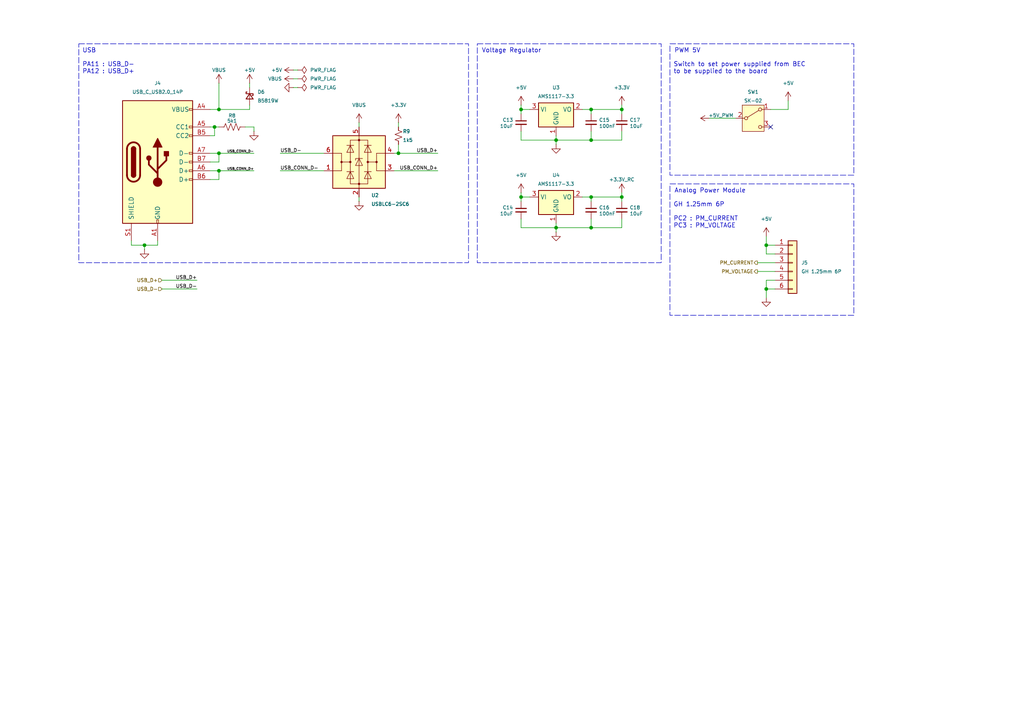
<source format=kicad_sch>
(kicad_sch (version 20231120) (generator "eeschema") (generator_version "8.0")
  (paper "A4")
  (title_block (title "USB & POWER") (date "2025-01-03") (rev "A") (company "NARAE") (comment 1 "INHA Univ. Areo-modelling Club") (comment 2 "2024 Winter UAV Project "))
  (lib_symbols
    (symbol "+3.3V_2" (power) (pin_names (offset 0))
      (property "Value" "+3.3V" (at 0 3.556 0))
      (symbol "+3.3V_2_0_1"
        (polyline (pts (xy -0.762 1.27) (xy 0 2.54)))
        (polyline (pts (xy 0 0) (xy 0 2.54)))
        (polyline (pts (xy 0 2.54) (xy 0.762 1.27)))
      )
      (symbol "+3.3V_2_1_1"
        (pin power_in line (at 0 0 90) (length 0) hide (name "+3.3V") (number "1"))
      )
    )
    (symbol "+5V_1" (power) (pin_numbers hide) (pin_names (offset 0) hide)
      (property "Value" "+5V" (at 0 3.556 0))
      (symbol "+5V_1_0_1"
        (polyline (pts (xy -0.762 1.27) (xy 0 2.54)))
        (polyline (pts (xy 0 0) (xy 0 2.54)))
        (polyline (pts (xy 0 2.54) (xy 0.762 1.27)))
      )
      (symbol "+5V_1_1_1"
        (pin power_in line (at 0 0 90) (length 0) (name "~") (number "1"))
      )
    )
    (symbol "+5V_2" (power) (pin_names (offset 0))
      (property "Value" "+5V" (at 0 3.556 0))
      (symbol "+5V_2_0_1"
        (polyline (pts (xy -0.762 1.27) (xy 0 2.54)))
        (polyline (pts (xy 0 0) (xy 0 2.54)))
        (polyline (pts (xy 0 2.54) (xy 0.762 1.27)))
      )
      (symbol "+5V_2_1_1"
        (pin power_in line (at 0 0 90) (length 0) hide (name "+5V") (number "1"))
      )
    )
    (symbol "Connector:USB_C_Receptacle_USB2.0_14P" (pin_names (offset 1.016))
      (property "Reference" "J3" (at 0 22.86 0))
      (property "Value" "USB_C_USB2.0_14P" (at 0 20.32 0))
      (symbol "USB_C_Receptacle_USB2.0_14P_0_0"
        (rectangle (start -0.254 -17.78) (end 0.254 -16.764))
        (rectangle (start 10.16 -4.826) (end 9.144 -5.334))
        (rectangle (start 10.16 -2.286) (end 9.144 -2.794))
        (rectangle (start 10.16 0.254) (end 9.144 -0.254))
        (rectangle (start 10.16 2.794) (end 9.144 2.286))
        (rectangle (start 10.16 7.874) (end 9.144 7.366))
        (rectangle (start 10.16 10.414) (end 9.144 9.906))
        (rectangle (start 10.16 15.494) (end 9.144 14.986))
      )
      (symbol "USB_C_Receptacle_USB2.0_14P_0_1"
        (rectangle (start -10.16 17.78) (end 10.16 -17.78) (stroke (width 0.254)) (fill (type background)))
        (arc (start -8.89 -3.81) (mid -6.985 -5.7067) (end -5.08 -3.81) (stroke (width 0.508)))
        (arc (start -7.62 -3.81) (mid -6.985 -4.4423) (end -6.35 -3.81) (stroke (width 0.254)))
        (arc (start -7.62 -3.81) (mid -6.985 -4.4423) (end -6.35 -3.81) (stroke (width 0.254)) (fill (type outline)))
        (rectangle (start -7.62 -3.81) (end -6.35 3.81) (stroke (width 0.254)) (fill (type outline)))
        (arc (start -6.35 3.81) (mid -6.985 4.4423) (end -7.62 3.81) (stroke (width 0.254)))
        (arc (start -6.35 3.81) (mid -6.985 4.4423) (end -7.62 3.81) (stroke (width 0.254)) (fill (type outline)))
        (arc (start -5.08 3.81) (mid -6.985 5.7067) (end -8.89 3.81) (stroke (width 0.508)))
        (circle (center -2.54 1.143) (radius 0.635) (stroke (width 0.254)) (fill (type outline)))
        (circle (center 0 -5.842) (radius 1.27) (fill (type outline)))
        (polyline (pts (xy -8.89 -3.81) (xy -8.89 3.81)) (stroke (width 0.508)))
        (polyline (pts (xy -5.08 3.81) (xy -5.08 -3.81)) (stroke (width 0.508)))
        (polyline (pts (xy 0 -5.842) (xy 0 4.318)) (stroke (width 0.508)))
        (polyline (pts (xy 0 -3.302) (xy -2.54 -0.762) (xy -2.54 0.508)) (stroke (width 0.508)))
        (polyline (pts (xy 0 -2.032) (xy 2.54 0.508) (xy 2.54 1.778)) (stroke (width 0.508)))
        (polyline (pts (xy -1.27 4.318) (xy 0 6.858) (xy 1.27 4.318) (xy -1.27 4.318)) (stroke (width 0.254)) (fill (type outline)))
        (rectangle (start 1.905 1.778) (end 3.175 3.048) (stroke (width 0.254)) (fill (type outline)))
      )
      (symbol "USB_C_Receptacle_USB2.0_14P_1_1"
        (pin power_in line (at 0 -22.86 90) (length 5.08) (name "GND") (number "A1"))
        (pin power_in line (at 0 -22.86 90) (length 5.08) hide (name "GND") (number "A12"))
        (pin passive line (at 15.24 15.24 180) (length 5.08) (name "VBUS") (number "A4"))
        (pin bidirectional line (at 15.24 10.16 180) (length 5.08) (name "CC1") (number "A5"))
        (pin bidirectional line (at 15.24 -2.54 180) (length 5.08) (name "D+") (number "A6"))
        (pin bidirectional line (at 15.24 2.54 180) (length 5.08) (name "D-") (number "A7"))
        (pin passive line (at 15.24 15.24 180) (length 5.08) hide (name "VBUS") (number "A9"))
        (pin power_in line (at 0 -22.86 90) (length 5.08) hide (name "GND") (number "B1"))
        (pin power_in line (at 0 -22.86 90) (length 5.08) hide (name "GND") (number "B12"))
        (pin passive line (at 15.24 15.24 180) (length 5.08) hide (name "VBUS") (number "B4"))
        (pin bidirectional line (at 15.24 7.62 180) (length 5.08) (name "CC2") (number "B5"))
        (pin bidirectional line (at 15.24 -5.08 180) (length 5.08) (name "D+") (number "B6"))
        (pin bidirectional line (at 15.24 0 180) (length 5.08) (name "D-") (number "B7"))
        (pin passive line (at 15.24 15.24 180) (length 5.08) hide (name "VBUS") (number "B9"))
        (pin power_in line (at -7.62 -22.86 90) (length 5.08) (name "SHIELD") (number "S1"))
      )
    )
    (symbol "Connector_Generic:Conn_01x06" (pin_names (offset 1.016) hide)
      (property "Reference" "J" (at 0 7.62 0))
      (property "Value" "Conn_01x06" (at 0 -10.16 0))
      (symbol "Conn_01x06_1_1"
        (rectangle (start -1.27 -7.493) (end 0 -7.747) (stroke (width 0.1524)))
        (rectangle (start -1.27 -4.953) (end 0 -5.207) (stroke (width 0.1524)))
        (rectangle (start -1.27 -2.413) (end 0 -2.667) (stroke (width 0.1524)))
        (rectangle (start -1.27 0.127) (end 0 -0.127) (stroke (width 0.1524)))
        (rectangle (start -1.27 2.667) (end 0 2.413) (stroke (width 0.1524)))
        (rectangle (start -1.27 5.207) (end 0 4.953) (stroke (width 0.1524)))
        (rectangle (start -1.27 6.35) (end 1.27 -8.89) (stroke (width 0.254)) (fill (type background)))
        (pin passive line (at -5.08 5.08 0) (length 3.81) (name "Pin_1") (number "1"))
        (pin passive line (at -5.08 2.54 0) (length 3.81) (name "Pin_2") (number "2"))
        (pin passive line (at -5.08 0 0) (length 3.81) (name "Pin_3") (number "3"))
        (pin passive line (at -5.08 -2.54 0) (length 3.81) (name "Pin_4") (number "4"))
        (pin passive line (at -5.08 -5.08 0) (length 3.81) (name "Pin_5") (number "5"))
        (pin passive line (at -5.08 -7.62 0) (length 3.81) (name "Pin_6") (number "6"))
      )
    )
    (symbol "Device:C_Small" (pin_numbers hide) (pin_names (offset 0.254) hide)
      (property "Reference" "C" (at 0.254 1.778 0))
      (property "Value" "C_Small" (at 0.254 -2.032 0))
      (symbol "C_Small_0_1"
        (polyline (pts (xy -1.524 -0.508) (xy 1.524 -0.508)) (stroke (width 0.3302)))
        (polyline (pts (xy -1.524 0.508) (xy 1.524 0.508)) (stroke (width 0.3048)))
      )
      (symbol "C_Small_1_1"
        (pin passive line (at 0 2.54 270) (length 2.032) (name "~") (number "1"))
        (pin passive line (at 0 -2.54 90) (length 2.032) (name "~") (number "2"))
      )
    )
    (symbol "Device:D_Schottky_Small" (pin_numbers hide) (pin_names (offset 0.254) hide)
      (property "Reference" "D" (at -1.27 2.032 0))
      (property "Value" "D_Schottky_Small" (at -7.112 -2.032 0))
      (symbol "D_Schottky_Small_0_1"
        (polyline (pts (xy -0.762 0) (xy 0.762 0)))
        (polyline (pts (xy 0.762 -1.016) (xy -0.762 0) (xy 0.762 1.016) (xy 0.762 -1.016)) (stroke (width 0.254)))
        (polyline (pts (xy -1.27 0.762) (xy -1.27 1.016) (xy -0.762 1.016) (xy -0.762 -1.016) (xy -0.254 -1.016) (xy -0.254 -0.762)) (stroke (width 0.254)))
      )
      (symbol "D_Schottky_Small_1_1"
        (pin passive line (at -2.54 0 0) (length 1.778) (name "K") (number "1"))
        (pin passive line (at 2.54 0 180) (length 1.778) (name "A") (number "2"))
      )
    )
    (symbol "Device:R_Small_US" (pin_numbers hide) (pin_names (offset 0.254) hide)
      (property "Reference" "R" (at 0.762 0.508 0))
      (property "Value" "R_Small_US" (at 0.762 -1.016 0))
      (symbol "R_Small_US_1_1"
        (polyline (pts (xy 0 0) (xy 1.016 -0.381) (xy 0 -0.762) (xy -1.016 -1.143) (xy 0 -1.524)))
        (polyline (pts (xy 0 1.524) (xy 1.016 1.143) (xy 0 0.762) (xy -1.016 0.381) (xy 0 0)))
        (pin passive line (at 0 2.54 270) (length 1.016) (name "~") (number "1"))
        (pin passive line (at 0 -2.54 90) (length 1.016) (name "~") (number "2"))
      )
    )
    (symbol "Device:R_US" (pin_numbers hide) (pin_names (offset 0))
      (property "Reference" "R" (at 2.54 0 90))
      (property "Value" "R_US" (at -2.54 0 90))
      (symbol "R_US_0_1"
        (polyline (pts (xy 0 -2.286) (xy 0 -2.54)))
        (polyline (pts (xy 0 2.286) (xy 0 2.54)))
        (polyline (pts (xy 0 -0.762) (xy 1.016 -1.143) (xy 0 -1.524) (xy -1.016 -1.905) (xy 0 -2.286)))
        (polyline (pts (xy 0 0.762) (xy 1.016 0.381) (xy 0 0) (xy -1.016 -0.381) (xy 0 -0.762)))
        (polyline (pts (xy 0 2.286) (xy 1.016 1.905) (xy 0 1.524) (xy -1.016 1.143) (xy 0 0.762)))
      )
      (symbol "R_US_1_1"
        (pin passive line (at 0 3.81 270) (length 1.27) (name "~") (number "1"))
        (pin passive line (at 0 -3.81 90) (length 1.27) (name "~") (number "2"))
      )
    )
    (symbol "GND_2" (power) (pin_numbers hide) (pin_names (offset 0) hide)
      (property "Value" "GND" (at 0 -3.81 0))
      (symbol "GND_2_0_1"
        (polyline (pts (xy 0 0) (xy 0 -1.27) (xy 1.27 -1.27) (xy 0 -2.54) (xy -1.27 -1.27) (xy 0 -1.27)))
      )
      (symbol "GND_2_1_1"
        (pin power_in line (at 0 0 270) (length 0) (name "~") (number "1"))
      )
    )
    (symbol "GND_3" (power) (pin_numbers hide) (pin_names (offset 0) hide)
      (property "Value" "GND" (at 0 -3.81 0))
      (symbol "GND_3_0_1"
        (polyline (pts (xy 0 0) (xy 0 -1.27) (xy 1.27 -1.27) (xy 0 -2.54) (xy -1.27 -1.27) (xy 0 -1.27)))
      )
      (symbol "GND_3_1_1"
        (pin power_in line (at 0 0 270) (length 0) (name "~") (number "1"))
      )
    )
    (symbol "Power_Protection:USBLC6-2SC6" (pin_names hide)
      (property "Reference" "U" (at 2.54 8.89 0))
      (property "Value" "USBLC6-2SC6" (at 2.54 -8.89 0))
      (symbol "USBLC6-2SC6_0_1"
        (rectangle (start -7.62 -7.62) (end 7.62 7.62) (stroke (width 0.254)) (fill (type background)))
        (circle (center -5.08 0) (radius 0.254) (fill (type outline)))
        (circle (center -2.54 0) (radius 0.254) (fill (type outline)))
        (rectangle (start -2.54 6.35) (end 2.54 -6.35))
        (circle (center 0 -6.35) (radius 0.254) (fill (type outline)))
        (polyline (pts (xy -5.08 -2.54) (xy -7.62 -2.54)))
        (polyline (pts (xy -5.08 0) (xy -5.08 -2.54)))
        (polyline (pts (xy -5.08 2.54) (xy -7.62 2.54)))
        (polyline (pts (xy -1.524 -2.794) (xy -3.556 -2.794)))
        (polyline (pts (xy -1.524 4.826) (xy -3.556 4.826)))
        (polyline (pts (xy 0 -7.62) (xy 0 -6.35)))
        (polyline (pts (xy 0 -6.35) (xy 0 1.27)))
        (polyline (pts (xy 0 1.27) (xy 0 6.35)))
        (polyline (pts (xy 0 6.35) (xy 0 7.62)))
        (polyline (pts (xy 1.524 -2.794) (xy 3.556 -2.794)))
        (polyline (pts (xy 1.524 4.826) (xy 3.556 4.826)))
        (polyline (pts (xy 5.08 -2.54) (xy 7.62 -2.54)))
        (polyline (pts (xy 5.08 0) (xy 5.08 -2.54)))
        (polyline (pts (xy 5.08 2.54) (xy 7.62 2.54)))
        (polyline (pts (xy -2.54 0) (xy -5.08 0) (xy -5.08 2.54)))
        (polyline (pts (xy 2.54 0) (xy 5.08 0) (xy 5.08 2.54)))
        (polyline (pts (xy -3.556 -4.826) (xy -1.524 -4.826) (xy -2.54 -2.794) (xy -3.556 -4.826)))
        (polyline (pts (xy -3.556 2.794) (xy -1.524 2.794) (xy -2.54 4.826) (xy -3.556 2.794)))
        (polyline (pts (xy -1.016 -1.016) (xy 1.016 -1.016) (xy 0 1.016) (xy -1.016 -1.016)))
        (polyline (pts (xy 1.016 1.016) (xy 0.762 1.016) (xy -1.016 1.016) (xy -1.016 0.508)))
        (polyline (pts (xy 3.556 -4.826) (xy 1.524 -4.826) (xy 2.54 -2.794) (xy 3.556 -4.826)))
        (polyline (pts (xy 3.556 2.794) (xy 1.524 2.794) (xy 2.54 4.826) (xy 3.556 2.794)))
        (circle (center 0 6.35) (radius 0.254) (fill (type outline)))
        (circle (center 2.54 0) (radius 0.254) (fill (type outline)))
        (circle (center 5.08 0) (radius 0.254) (fill (type outline)))
      )
      (symbol "USBLC6-2SC6_1_1"
        (pin passive line (at -10.16 -2.54 0) (length 2.54) (name "I/O1") (number "1"))
        (pin passive line (at 0 -10.16 90) (length 2.54) (name "GND") (number "2"))
        (pin passive line (at 10.16 -2.54 180) (length 2.54) (name "I/O2") (number "3"))
        (pin passive line (at 10.16 2.54 180) (length 2.54) (name "I/O2") (number "4"))
        (pin passive line (at 0 10.16 270) (length 2.54) (name "VBUS") (number "5"))
        (pin passive line (at -10.16 2.54 0) (length 2.54) (name "I/O1") (number "6"))
      )
    )
    (symbol "Regulator_Linear:AMS1117-3.3"
      (property "Reference" "U" (at -3.81 3.175 0))
      (property "Value" "AMS1117-3.3" (at 0 3.175 0))
      (symbol "AMS1117-3.3_0_1"
        (rectangle (start -5.08 -5.08) (end 5.08 1.905) (stroke (width 0.254)) (fill (type background)))
      )
      (symbol "AMS1117-3.3_1_1"
        (pin power_in line (at 0 -7.62 90) (length 2.54) (name "GND") (number "1"))
        (pin power_out line (at 7.62 0 180) (length 2.54) (name "VO") (number "2"))
        (pin power_in line (at -7.62 0 0) (length 2.54) (name "VI") (number "3"))
      )
    )
    (symbol "Switch:SW_SPDT" (pin_names (offset 0) hide)
      (property "Reference" "SW" (at 0 5.08 0))
      (property "Value" "SW_SPDT" (at 0 -5.08 0))
      (symbol "SW_SPDT_0_1"
        (circle (center -2.032 0) (radius 0.4572))
        (polyline (pts (xy -1.651 0.254) (xy 1.651 2.286)))
        (circle (center 2.032 -2.54) (radius 0.4572))
        (circle (center 2.032 2.54) (radius 0.4572))
      )
      (symbol "SW_SPDT_1_1"
        (rectangle (start -3.175 3.81) (end 3.175 -3.81) (fill (type background)))
        (pin passive line (at 5.08 2.54 180) (length 2.54) (name "A") (number "1"))
        (pin passive line (at -5.08 0 0) (length 2.54) (name "B") (number "2"))
        (pin passive line (at 5.08 -2.54 180) (length 2.54) (name "C") (number "3"))
      )
    )
    (symbol "VBUS_1" (power) (pin_numbers hide) (pin_names (offset 0) hide)
      (property "Value" "VBUS" (at 0 3.556 0))
      (symbol "VBUS_1_0_1"
        (polyline (pts (xy -0.762 1.27) (xy 0 2.54)))
        (polyline (pts (xy 0 0) (xy 0 2.54)))
        (polyline (pts (xy 0 2.54) (xy 0.762 1.27)))
      )
      (symbol "VBUS_1_1_1"
        (pin power_in line (at 0 0 90) (length 0) (name "~") (number "1"))
      )
    )
    (symbol "power:+3.3V" (power) (pin_numbers hide) (pin_names (offset 0) hide)
      (property "Value" "+3.3V" (at 0 3.556 0))
      (symbol "+3.3V_0_1"
        (polyline (pts (xy -0.762 1.27) (xy 0 2.54)))
        (polyline (pts (xy 0 0) (xy 0 2.54)))
        (polyline (pts (xy 0 2.54) (xy 0.762 1.27)))
      )
      (symbol "+3.3V_1_1"
        (pin power_in line (at 0 0 90) (length 0) (name "~") (number "1"))
      )
    )
    (symbol "power:+5V" (power) (pin_numbers hide) (pin_names (offset 0) hide)
      (property "Value" "+5V" (at 0 3.556 0))
      (symbol "+5V_0_1"
        (polyline (pts (xy -0.762 1.27) (xy 0 2.54)))
        (polyline (pts (xy 0 0) (xy 0 2.54)))
        (polyline (pts (xy 0 2.54) (xy 0.762 1.27)))
      )
      (symbol "+5V_1_1"
        (pin power_in line (at 0 0 90) (length 0) (name "~") (number "1"))
      )
    )
    (symbol "power:GND" (power) (pin_numbers hide) (pin_names (offset 0) hide)
      (property "Value" "GND" (at 0 -3.81 0))
      (symbol "GND_0_1"
        (polyline (pts (xy 0 0) (xy 0 -1.27) (xy 1.27 -1.27) (xy 0 -2.54) (xy -1.27 -1.27) (xy 0 -1.27)))
      )
      (symbol "GND_1_1"
        (pin power_in line (at 0 0 270) (length 0) (name "~") (number "1"))
      )
    )
    (symbol "power:PWR_FLAG" (power) (pin_numbers hide) (pin_names (offset 0) hide)
      (property "Value" "PWR_FLAG" (at 0 3.81 0))
      (symbol "PWR_FLAG_0_0"
        (pin power_out line (at 0 0 90) (length 0) (name "~") (number "1"))
      )
      (symbol "PWR_FLAG_0_1"
        (polyline (pts (xy 0 0) (xy 0 1.27) (xy -1.016 1.905) (xy 0 2.54) (xy 1.016 1.905) (xy 0 1.27)))
      )
    )
    (symbol "power:VBUS" (power) (pin_numbers hide) (pin_names (offset 0) hide)
      (property "Value" "VBUS" (at 0 3.556 0))
      (symbol "VBUS_0_1"
        (polyline (pts (xy -0.762 1.27) (xy 0 2.54)))
        (polyline (pts (xy 0 0) (xy 0 2.54)))
        (polyline (pts (xy 0 2.54) (xy 0.762 1.27)))
      )
      (symbol "VBUS_1_1"
        (pin power_in line (at 0 0 90) (length 0) (name "~") (number "1"))
      )
    )
  )
  (junction (at 171.45 66.04))
  (junction (at 222.25 83.82))
  (junction (at 63.5 31.75))
  (junction (at 171.45 40.64))
  (junction (at 62.23 36.83))
  (junction (at 180.34 31.75))
  (junction (at 151.13 57.15))
  (junction (at 41.91 71.12))
  (junction (at 161.29 66.04))
  (junction (at 222.25 71.12))
  (junction (at 171.45 57.15))
  (junction (at 180.34 57.15))
  (junction (at 161.29 40.64))
  (junction (at 63.5 44.45))
  (junction (at 171.45 31.75))
  (junction (at 151.13 31.75))
  (junction (at 115.57 44.45))
  (junction (at 63.5 49.53))
  (no_connect (at 223.52 36.83))
  (wire (pts (xy 222.25 71.12) (xy 222.25 73.66)))
  (wire (pts (xy 46.99 83.82) (xy 57.15 83.82)))
  (wire (pts (xy 63.5 49.53) (xy 63.5 52.07)))
  (wire (pts (xy 171.45 63.5) (xy 171.45 66.04)))
  (wire (pts (xy 180.34 31.75) (xy 180.34 33.02)))
  (wire (pts (xy 171.45 31.75) (xy 180.34 31.75)))
  (wire (pts (xy 205.74 34.29) (xy 213.36 34.29)))
  (wire (pts (xy 72.39 24.13) (xy 72.39 25.4)))
  (wire (pts (xy 63.5 44.45) (xy 63.5 46.99)))
  (wire (pts (xy 228.6 29.21) (xy 228.6 31.75)))
  (wire (pts (xy 115.57 41.91) (xy 115.57 44.45)))
  (wire (pts (xy 41.91 71.12) (xy 41.91 72.39)))
  (wire (pts (xy 85.09 25.4) (xy 86.36 25.4)))
  (wire (pts (xy 72.39 30.48) (xy 72.39 31.75)))
  (wire (pts (xy 62.23 36.83) (xy 63.5 36.83)))
  (wire (pts (xy 161.29 64.77) (xy 161.29 66.04)))
  (wire (pts (xy 219.71 76.2) (xy 224.79 76.2)))
  (wire (pts (xy 41.91 71.12) (xy 45.72 71.12)))
  (wire (pts (xy 63.5 24.13) (xy 63.5 31.75)))
  (wire (pts (xy 224.79 81.28) (xy 222.25 81.28)))
  (wire (pts (xy 222.25 83.82) (xy 222.25 86.36)))
  (wire (pts (xy 60.96 46.99) (xy 63.5 46.99)))
  (wire (pts (xy 222.25 81.28) (xy 222.25 83.82)))
  (wire (pts (xy 151.13 63.5) (xy 151.13 66.04)))
  (wire (pts (xy 171.45 38.1) (xy 171.45 40.64)))
  (wire (pts (xy 60.96 39.37) (xy 62.23 39.37)))
  (wire (pts (xy 104.14 57.15) (xy 104.14 58.42)))
  (wire (pts (xy 151.13 57.15) (xy 151.13 58.42)))
  (wire (pts (xy 161.29 39.37) (xy 161.29 40.64)))
  (wire (pts (xy 115.57 44.45) (xy 114.3 44.45)))
  (wire (pts (xy 151.13 57.15) (xy 153.67 57.15)))
  (wire (pts (xy 222.25 68.58) (xy 222.25 71.12)))
  (wire (pts (xy 104.14 35.56) (xy 104.14 36.83)))
  (wire (pts (xy 151.13 38.1) (xy 151.13 40.64)))
  (wire (pts (xy 151.13 31.75) (xy 153.67 31.75)))
  (wire (pts (xy 151.13 55.88) (xy 151.13 57.15)))
  (wire (pts (xy 115.57 35.56) (xy 115.57 36.83)))
  (wire (pts (xy 63.5 31.75) (xy 72.39 31.75)))
  (wire (pts (xy 71.12 36.83) (xy 73.66 36.83)))
  (wire (pts (xy 224.79 83.82) (xy 222.25 83.82)))
  (wire (pts (xy 161.29 40.64) (xy 171.45 40.64)))
  (wire (pts (xy 161.29 40.64) (xy 161.29 41.91)))
  (wire (pts (xy 127 44.45) (xy 115.57 44.45)))
  (wire (pts (xy 60.96 31.75) (xy 63.5 31.75)))
  (wire (pts (xy 62.23 39.37) (xy 62.23 36.83)))
  (wire (pts (xy 151.13 30.48) (xy 151.13 31.75)))
  (wire (pts (xy 73.66 36.83) (xy 73.66 38.1)))
  (wire (pts (xy 168.91 57.15) (xy 171.45 57.15)))
  (wire (pts (xy 168.91 31.75) (xy 171.45 31.75)))
  (wire (pts (xy 161.29 66.04) (xy 161.29 67.31)))
  (wire (pts (xy 224.79 73.66) (xy 222.25 73.66)))
  (wire (pts (xy 151.13 31.75) (xy 151.13 33.02)))
  (wire (pts (xy 60.96 49.53) (xy 63.5 49.53)))
  (wire (pts (xy 81.28 49.53) (xy 93.98 49.53)))
  (wire (pts (xy 180.34 55.88) (xy 180.34 57.15)))
  (wire (pts (xy 161.29 66.04) (xy 171.45 66.04)))
  (wire (pts (xy 223.52 31.75) (xy 228.6 31.75)))
  (wire (pts (xy 171.45 40.64) (xy 180.34 40.64)))
  (wire (pts (xy 46.99 81.28) (xy 57.15 81.28)))
  (wire (pts (xy 63.5 49.53) (xy 73.66 49.53)))
  (wire (pts (xy 180.34 38.1) (xy 180.34 40.64)))
  (wire (pts (xy 127 49.53) (xy 114.3 49.53)))
  (wire (pts (xy 171.45 57.15) (xy 171.45 58.42)))
  (wire (pts (xy 85.09 20.32) (xy 86.36 20.32)))
  (wire (pts (xy 60.96 44.45) (xy 63.5 44.45)))
  (wire (pts (xy 38.1 69.85) (xy 38.1 71.12)))
  (wire (pts (xy 60.96 36.83) (xy 62.23 36.83)))
  (wire (pts (xy 81.28 44.45) (xy 93.98 44.45)))
  (wire (pts (xy 38.1 71.12) (xy 41.91 71.12)))
  (wire (pts (xy 60.96 52.07) (xy 63.5 52.07)))
  (wire (pts (xy 171.45 66.04) (xy 180.34 66.04)))
  (wire (pts (xy 219.71 78.74) (xy 224.79 78.74)))
  (wire (pts (xy 161.29 40.64) (xy 151.13 40.64)))
  (wire (pts (xy 222.25 71.12) (xy 224.79 71.12)))
  (wire (pts (xy 161.29 66.04) (xy 151.13 66.04)))
  (wire (pts (xy 180.34 30.48) (xy 180.34 31.75)))
  (wire (pts (xy 171.45 31.75) (xy 171.45 33.02)))
  (wire (pts (xy 180.34 57.15) (xy 180.34 58.42)))
  (wire (pts (xy 171.45 57.15) (xy 180.34 57.15)))
  (wire (pts (xy 45.72 69.85) (xy 45.72 71.12)))
  (wire (pts (xy 85.09 22.86) (xy 86.36 22.86)))
  (wire (pts (xy 63.5 44.45) (xy 73.66 44.45)))
  (wire (pts (xy 180.34 63.5) (xy 180.34 66.04)))
  (rectangle (start 194.31 53.34) (end 247.65 91.44) (stroke (width 0) (type dash)))
  (rectangle (start 22.86 12.7) (end 135.89 76.2) (stroke (width 0) (type dash)))
  (rectangle (start 194.31 12.7) (end 247.65 50.8) (stroke (width 0) (type dash)))
  (rectangle (start 138.43 12.7) (end 191.77 76.2) (stroke (width 0) (type dash)))
  (text "PWM 5V" (at 195.58 15.494 0) (effects (font (size 1.27 1.27)) (justify left bottom)))
  (text "Analog Power Module" (at 195.58 56.134 0) (effects (font (size 1.27 1.27)) (justify left bottom)))
  (text "Switch to set power supplied from BEC\nto be supplied to the board" (at 195.326 18.034 0) (effects (font (size 1.27 1.27)) (justify left top)))
  (text "GH 1.25mm 6P\n\nPC2 : PM_CURRENT\nPC3 : PM_VOLTAGE" (at 195.326 58.674 0) (effects (font (size 1.27 1.27)) (justify left top)))
  (text "Voltage Regulator" (at 139.7 15.494 0) (effects (font (size 1.27 1.27)) (justify left bottom)))
  (text "USB" (at 23.876 15.494 0) (effects (font (size 1.27 1.27)) (justify left bottom)))
  (text "PA11 : USB_D-\nPA12 : USB_D+" (at 23.876 18.034 0) (effects (font (size 1.27 1.27)) (justify left top)))
  (label "USB_CONN_D-" (at 73.66 44.45 180) (effects (font (size 0.7 0.7))))
  (label "USB_D+" (at 57.15 81.28 180) (effects (font (size 1 1))))
  (label "USB_CONN_D+" (at 73.66 49.53 180) (effects (font (size 0.7 0.7))))
  (label "USB_CONN_D+" (at 127 49.53 180) (effects (font (size 1 1))))
  (label "USB_D-" (at 57.15 83.82 180) (effects (font (size 1 1))))
  (label "USB_CONN_D-" (at 81.28 49.53 0) (effects (font (size 1 1))))
  (label "USB_D+" (at 127 44.45 180) (effects (font (size 1 1))))
  (label "USB_D-" (at 81.28 44.45 0) (effects (font (size 1 1))))
  (hierarchical_label "USB_D+" (shape input) (at 46.99 81.28 180) (effects (font (size 1 1))))
  (hierarchical_label "PM_CURRENT" (shape output) (at 219.71 76.2 180) (effects (font (size 1 1))))
  (hierarchical_label "USB_D-" (shape input) (at 46.99 83.82 180) (effects (font (size 1 1))))
  (hierarchical_label "PM_VOLTAGE" (shape output) (at 219.71 78.74 180) (effects (font (size 1 1))))
  (symbol (lib_id "Device:C_Small") (at 171.45 35.56 0) (unit 1)
    (property "Reference" "C15" (at 173.736 34.798 0) (effects (font (size 1 1)) (justify left)))
    (property "Value" "100nF" (at 173.736 36.576 0) (effects (font (size 1 1)) (justify left)))
    (property "Footprint" "Capacitor_SMD:C_0402_1005Metric" (effects (hide yes)))
  )
  (symbol (lib_id "power:+3.3V") (at 180.34 30.48 0) (unit 1)
    (property "Reference" "#PWR038" (effects (hide yes)))
    (property "Value" "+3.3V" (at 180.34 25.4 0) (effects (font (size 1 1))))
    (property "Description" "Power symbol creates a global label with name \"+3.3V\"" (effects (hide yes)))
  )
  (symbol (lib_id "power:+5V") (at 222.25 68.58 0) (unit 1)
    (property "Reference" "#PWR041" (effects (hide yes)))
    (property "Value" "+5V" (at 222.25 63.5 0) (effects (font (size 1 1))))
    (property "Description" "Power symbol creates a global label with name \"+5V\"" (effects (hide yes)))
  )
  (symbol (lib_id "Device:C_Small") (at 180.34 60.96 0) (unit 1)
    (property "Reference" "C18" (at 182.626 60.198 0) (effects (font (size 1 1)) (justify left)))
    (property "Value" "10uF" (at 182.626 61.976 0) (effects (font (size 1 1)) (justify left)))
    (property "Footprint" "Capacitor_SMD:C_0402_1005Metric" (effects (hide yes)))
  )
  (symbol (lib_id "power:+3.3V") (at 115.57 35.56 0) (unit 1)
    (property "Reference" "#PWR033" (effects (hide yes)))
    (property "Value" "+3.3V" (at 115.57 30.48 0) (effects (font (size 1 1))))
    (property "Description" "Power symbol creates a global label with name \"+3.3V\"" (effects (hide yes)))
  )
  (symbol (lib_id "Connector_Generic:Conn_01x06") (at 229.87 76.2 0) (unit 1)
    (property "Reference" "J5" (at 232.41 76.2 0) (effects (font (size 1 1)) (justify left)))
    (property "Value" "GH 1.25mm 6P" (at 232.41 78.74 0) (effects (font (size 1 1)) (justify left)))
    (property "Footprint" "JST_GH:JST_GH_BM06B-GHS-TBT_06" (effects (hide yes)))
    (property "Description" "Generic connector, single row, 01x06, script generated (kicad-library-utils/schlib/autogen/connector/)" (effects (hide yes)))
  )
  (symbol (lib_id "Regulator_Linear:AMS1117-3.3") (at 161.29 57.15 0) (unit 1)
    (property "Reference" "U4" (at 161.29 50.8 0) (effects (font (size 1 1))))
    (property "Value" "AMS1117-3.3" (at 161.29 53.34 0) (effects (font (size 1 1))))
    (property "Footprint" "Package_TO_SOT_SMD:SOT-89-3" (effects (hide yes)))
    (property "Datasheet" "http://www.advanced-monolithic.com/pdf/ds1117.pdf" (effects (hide yes)))
    (property "Description" "1A Low Dropout regulator, positive, 3.3V fixed output, SOT-223" (effects (hide yes)))
  )
  (symbol (lib_id "power:+5V") (at 151.13 55.88 0) (unit 1)
    (property "Reference" "#PWR035" (effects (hide yes)))
    (property "Value" "+5V" (at 151.13 50.8 0) (effects (font (size 1 1))))
    (property "Description" "Power symbol creates a global label with name \"+5V\"" (effects (hide yes)))
  )
  (symbol (lib_id "power:GND") (at 161.29 41.91 0) (unit 1)
    (property "Reference" "#PWR037" (effects (hide yes)))
    (property "Value" "GND" (effects (hide yes)))
    (property "Description" "Power symbol creates a global label with name \"GND\" , ground" (effects (hide yes)))
  )
  (symbol (lib_id "power:PWR_FLAG") (at 86.36 25.4 270) (unit 1)
    (property "Reference" "#FLG04" (effects (hide yes)))
    (property "Value" "PWR_FLAG" (at 93.726 25.4 90) (effects (font (size 1 1))))
    (property "Description" "Special symbol for telling ERC where power comes from" (effects (hide yes)))
  )
  (symbol (lib_id "power:+5V") (at 151.13 30.48 0) (unit 1)
    (property "Reference" "#PWR034" (effects (hide yes)))
    (property "Value" "+5V" (at 151.13 25.4 0) (effects (font (size 1 1))))
    (property "Description" "Power symbol creates a global label with name \"+5V\"" (effects (hide yes)))
  )
  (symbol (lib_id "Device:C_Small") (at 151.13 35.56 0) (unit 1)
    (property "Reference" "C13" (at 148.844 34.798 0) (effects (font (size 1 1)) (justify right)))
    (property "Value" "10uF" (at 148.844 36.576 0) (effects (font (size 1 1)) (justify right)))
    (property "Footprint" "Capacitor_SMD:C_0402_1005Metric" (effects (hide yes)))
  )
  (symbol (lib_name "GND_3") (lib_id "power:GND") (at 85.09 25.4 270) (unit 1)
    (property "Reference" "#PWR0112" (effects (hide yes)))
    (property "Value" "GND" (effects (hide yes)))
    (property "Description" "Power symbol creates a global label with name \"GND\" , ground" (effects (hide yes)))
  )
  (symbol (lib_id "Device:C_Small") (at 171.45 60.96 0) (unit 1)
    (property "Reference" "C16" (at 173.736 60.198 0) (effects (font (size 1 1)) (justify left)))
    (property "Value" "100nF" (at 173.736 61.976 0) (effects (font (size 1 1)) (justify left)))
    (property "Footprint" "Capacitor_SMD:C_0402_1005Metric" (effects (hide yes)))
  )
  (symbol (lib_id "Device:D_Schottky_Small") (at 72.39 27.94 90) (mirror x) (unit 1)
    (property "Reference" "D6" (at 74.676 26.67 90) (effects (font (size 1 1)) (justify right)))
    (property "Value" "B5819W" (at 74.676 29.21 90) (effects (font (size 1 1)) (justify right)))
    (property "Footprint" "Diode_SMD:D_SOD-123" (effects (hide yes)))
    (property "LCSC" "C8598" (effects (hide yes)))
  )
  (symbol (lib_id "Regulator_Linear:AMS1117-3.3") (at 161.29 31.75 0) (unit 1)
    (property "Reference" "U3" (at 161.29 25.4 0) (effects (font (size 1 1))))
    (property "Value" "AMS1117-3.3" (at 161.29 27.94 0) (effects (font (size 1 1))))
    (property "Footprint" "Package_TO_SOT_SMD:SOT-89-3" (effects (hide yes)))
    (property "Datasheet" "http://www.advanced-monolithic.com/pdf/ds1117.pdf" (effects (hide yes)))
    (property "Description" "1A Low Dropout regulator, positive, 3.3V fixed output, SOT-223" (effects (hide yes)))
  )
  (symbol (lib_id "power:PWR_FLAG") (at 86.36 20.32 270) (unit 1)
    (property "Reference" "#FLG01" (effects (hide yes)))
    (property "Value" "PWR_FLAG" (at 93.726 20.32 90) (effects (font (size 1 1))))
    (property "Description" "Special symbol for telling ERC where power comes from" (effects (hide yes)))
  )
  (symbol (lib_name "+5V_1") (lib_id "power:+5V") (at 85.09 20.32 90) (mirror x) (unit 1)
    (property "Reference" "#PWR029" (effects (hide yes)))
    (property "Value" "+5V" (at 80.264 20.32 90) (effects (font (size 1 1))))
    (property "Description" "Power symbol creates a global label with name \"+5V\"" (effects (hide yes)))
  )
  (symbol (lib_name "+3.3V_2") (lib_id "power:+3.3V") (at 180.34 55.88 0) (unit 1)
    (property "Reference" "#PWR039" (effects (hide yes)))
    (property "Value" "+3.3V_RC" (at 180.34 52.07 0) (effects (font (size 1 1))))
  )
  (symbol (lib_name "GND_3") (lib_id "power:GND") (at 41.91 72.39 0) (unit 1)
    (property "Reference" "#PWR025" (effects (hide yes)))
    (property "Value" "GND" (effects (hide yes)))
    (property "Description" "Power symbol creates a global label with name \"GND\" , ground" (effects (hide yes)))
  )
  (symbol (lib_id "power:GND") (at 161.29 67.31 0) (unit 1)
    (property "Reference" "#PWR036" (effects (hide yes)))
    (property "Value" "GND" (effects (hide yes)))
    (property "Description" "Power symbol creates a global label with name \"GND\" , ground" (effects (hide yes)))
  )
  (symbol (lib_id "Power_Protection:USBLC6-2SC6") (at 104.14 46.99 0) (unit 1)
    (property "Reference" "U2" (at 107.696 56.642 0) (effects (font (size 1 1)) (justify left)))
    (property "Value" "USBLC6-2SC6" (at 107.696 59.182 0) (effects (font (size 1 1)) (justify left)))
    (property "Footprint" "Package_TO_SOT_SMD:SOT-23-6" (effects (hide yes)))
    (property "Datasheet" "https://www.st.com/resource/en/datasheet/usblc6-2.pdf" (effects (hide yes)))
  )
  (symbol (lib_name "VBUS_1") (lib_id "power:VBUS") (at 85.09 22.86 90) (unit 1)
    (property "Reference" "#PWR030" (effects (hide yes)))
    (property "Value" "VBUS" (at 79.756 22.86 90) (effects (font (size 1 1))))
    (property "Description" "Power symbol creates a global label with name \"VBUS\"" (effects (hide yes)))
  )
  (symbol (lib_id "power:GND") (at 222.25 86.36 0) (unit 1)
    (property "Reference" "#PWR032" (effects (hide yes)))
    (property "Value" "GND" (effects (hide yes)))
    (property "Description" "Power symbol creates a global label with name \"GND\" , ground" (effects (hide yes)))
  )
  (symbol (lib_name "+5V_1") (lib_id "power:+5V") (at 72.39 24.13 0) (mirror y) (unit 1)
    (property "Reference" "#PWR027" (effects (hide yes)))
    (property "Value" "+5V" (at 72.39 20.32 0) (effects (font (size 1 1))))
    (property "Description" "Power symbol creates a global label with name \"+5V\"" (effects (hide yes)))
  )
  (symbol (lib_id "power:PWR_FLAG") (at 86.36 22.86 270) (unit 1)
    (property "Reference" "#FLG02" (effects (hide yes)))
    (property "Value" "PWR_FLAG" (at 93.726 22.86 90) (effects (font (size 1 1))))
    (property "Description" "Special symbol for telling ERC where power comes from" (effects (hide yes)))
  )
  (symbol (lib_name "GND_2") (lib_id "power:GND") (at 73.66 38.1 0) (unit 1)
    (property "Reference" "#PWR028" (effects (hide yes)))
    (property "Value" "GND" (effects (hide yes)))
    (property "Description" "Power symbol creates a global label with name \"GND\" , ground" (effects (hide yes)))
  )
  (symbol (lib_id "Switch:SW_SPDT") (at 218.44 34.29 0) (unit 1)
    (property "Reference" "SW1" (at 218.44 26.67 0) (effects (font (size 1 1))))
    (property "Value" "SK-02" (at 218.44 29.21 0) (effects (font (size 1 1))))
    (property "Footprint" "SK-02:SK-02" (effects (hide yes)))
    (property "Description" "Switch, single pole double throw" (effects (hide yes)))
  )
  (symbol (lib_id "Device:C_Small") (at 180.34 35.56 0) (unit 1)
    (property "Reference" "C17" (at 182.626 34.798 0) (effects (font (size 1 1)) (justify left)))
    (property "Value" "10uF" (at 182.626 36.576 0) (effects (font (size 1 1)) (justify left)))
    (property "Footprint" "Capacitor_SMD:C_0402_1005Metric" (effects (hide yes)))
  )
  (symbol (lib_name "VBUS_1") (lib_id "power:VBUS") (at 63.5 24.13 0) (unit 1)
    (property "Reference" "#PWR026" (effects (hide yes)))
    (property "Value" "VBUS" (at 63.5 20.32 0) (effects (font (size 1 1))))
    (property "Description" "Power symbol creates a global label with name \"VBUS\"" (effects (hide yes)))
  )
  (symbol (lib_id "Device:C_Small") (at 151.13 60.96 0) (unit 1)
    (property "Reference" "C14" (at 148.844 60.198 0) (effects (font (size 1 1)) (justify right)))
    (property "Value" "10uF" (at 148.844 61.976 0) (effects (font (size 1 1)) (justify right)))
    (property "Footprint" "Capacitor_SMD:C_0402_1005Metric" (effects (hide yes)))
  )
  (symbol (lib_id "Device:R_US") (at 67.31 36.83 90) (unit 1)
    (property "Reference" "R8" (at 67.31 33.528 90) (effects (font (size 1 1))))
    (property "Value" "5k1" (at 67.31 35.052 90) (effects (font (size 1 1))))
    (property "Footprint" "Resistor_SMD:R_0402_1005Metric" (effects (hide yes)))
    (property "Description" "Resistor, US symbol" (effects (hide yes)))
  )
  (symbol (lib_id "power:GND") (at 104.14 58.42 0) (unit 1)
    (property "Reference" "#PWR042" (effects (hide yes)))
    (property "Value" "GND" (effects (hide yes)))
    (property "Description" "Power symbol creates a global label with name \"GND\" , ground" (effects (hide yes)))
  )
  (symbol (lib_id "Connector:USB_C_Receptacle_USB2.0_14P") (at 45.72 46.99 0) (unit 1)
    (property "Reference" "J4" (at 45.72 24.13 0) (effects (font (size 1 1))))
    (property "Value" "USB_C_USB2.0_14P" (at 45.72 26.67 0) (effects (font (size 1 1))))
    (property "Footprint" "Connector_USB:USB_C_Receptacle_GCT_USB4110" (effects (hide yes)))
    (property "Datasheet" "https://www.usb.org/sites/default/files/documents/usb_type-c.zip" (effects (hide yes)))
    (property "Description" "USB 2.0-only 14P Type-C Receptacle connector" (effects (hide yes)))
  )
  (symbol (lib_id "power:VBUS") (at 104.14 35.56 0) (unit 1)
    (property "Reference" "#PWR031" (effects (hide yes)))
    (property "Value" "VBUS" (at 104.14 30.48 0) (effects (font (size 1 1))))
    (property "Description" "Power symbol creates a global label with name \"VBUS\"" (effects (hide yes)))
  )
  (symbol (lib_name "+5V_2") (lib_id "power:+5V") (at 205.74 34.29 90) (unit 1)
    (property "Reference" "#PWR040" (effects (hide yes)))
    (property "Value" "+5V_PWM" (at 205.486 34.036 90) (effects (font (size 1 1)) (justify right top)))
  )
  (symbol (lib_id "Device:R_Small_US") (at 115.57 39.37 0) (unit 1)
    (property "Reference" "R9" (at 116.84 38.1 0) (effects (font (size 1 1)) (justify left)))
    (property "Value" "1k5" (at 116.84 40.64 0) (effects (font (size 1 1)) (justify left)))
    (property "Footprint" "Resistor_SMD:R_0402_1005Metric" (effects (hide yes)))
    (property "Description" "Resistor, small US symbol" (effects (hide yes)))
  )
  (symbol (lib_id "power:+5V") (at 228.6 29.21 0) (unit 1)
    (property "Reference" "#PWR043" (effects (hide yes)))
    (property "Value" "+5V" (at 228.6 24.13 0) (effects (font (size 1 1))))
    (property "Description" "Power symbol creates a global label with name \"+5V\"" (effects (hide yes)))
  )
)
</source>
